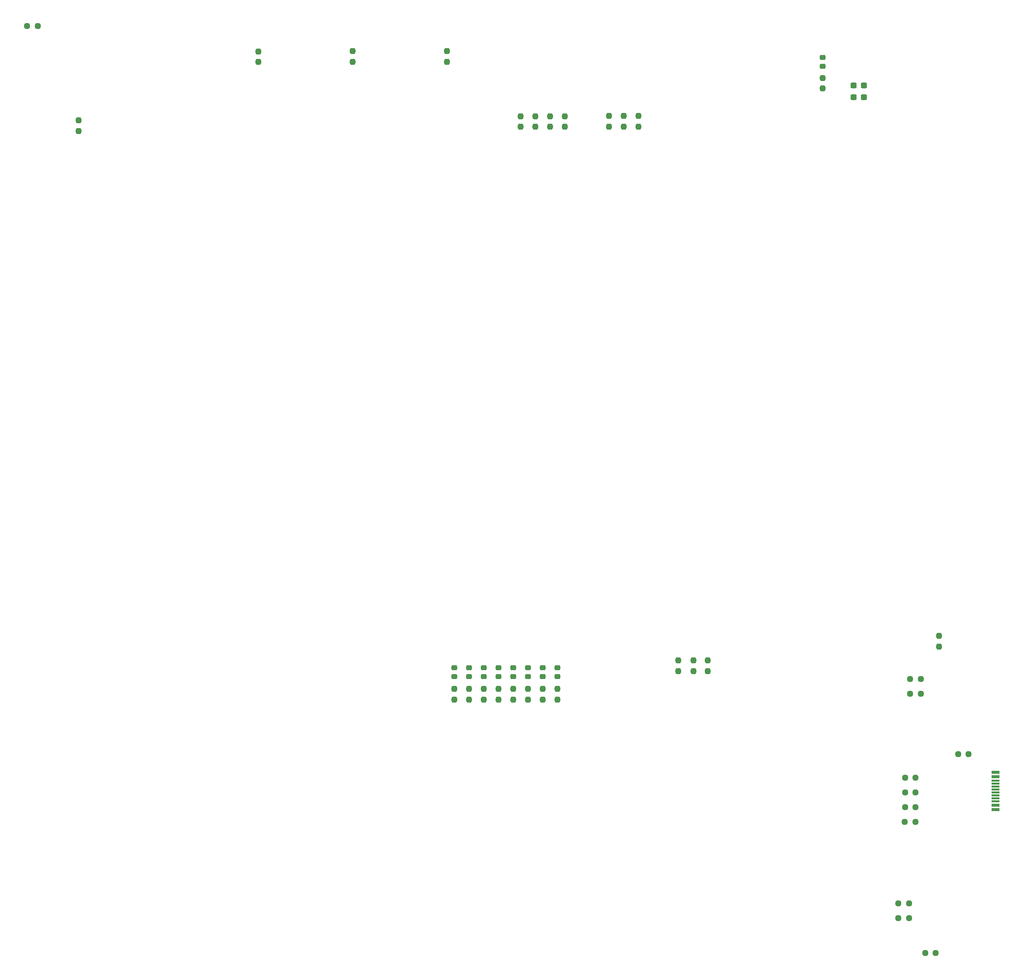
<source format=gbr>
%TF.GenerationSoftware,KiCad,Pcbnew,8.0.6*%
%TF.CreationDate,2025-03-30T13:11:56-03:00*%
%TF.ProjectId,ProtoConn,50726f74-6f43-46f6-9e6e-2e6b69636164,1.0*%
%TF.SameCoordinates,Original*%
%TF.FileFunction,Paste,Top*%
%TF.FilePolarity,Positive*%
%FSLAX46Y46*%
G04 Gerber Fmt 4.6, Leading zero omitted, Abs format (unit mm)*
G04 Created by KiCad (PCBNEW 8.0.6) date 2025-03-30 13:11:56*
%MOMM*%
%LPD*%
G01*
G04 APERTURE LIST*
G04 Aperture macros list*
%AMRoundRect*
0 Rectangle with rounded corners*
0 $1 Rounding radius*
0 $2 $3 $4 $5 $6 $7 $8 $9 X,Y pos of 4 corners*
0 Add a 4 corners polygon primitive as box body*
4,1,4,$2,$3,$4,$5,$6,$7,$8,$9,$2,$3,0*
0 Add four circle primitives for the rounded corners*
1,1,$1+$1,$2,$3*
1,1,$1+$1,$4,$5*
1,1,$1+$1,$6,$7*
1,1,$1+$1,$8,$9*
0 Add four rect primitives between the rounded corners*
20,1,$1+$1,$2,$3,$4,$5,0*
20,1,$1+$1,$4,$5,$6,$7,0*
20,1,$1+$1,$6,$7,$8,$9,0*
20,1,$1+$1,$8,$9,$2,$3,0*%
G04 Aperture macros list end*
%ADD10RoundRect,0.237500X-0.237500X0.250000X-0.237500X-0.250000X0.237500X-0.250000X0.237500X0.250000X0*%
%ADD11RoundRect,0.237500X-0.250000X-0.237500X0.250000X-0.237500X0.250000X0.237500X-0.250000X0.237500X0*%
%ADD12RoundRect,0.237500X0.250000X0.237500X-0.250000X0.237500X-0.250000X-0.237500X0.250000X-0.237500X0*%
%ADD13RoundRect,0.237500X0.237500X-0.250000X0.237500X0.250000X-0.237500X0.250000X-0.237500X-0.250000X0*%
%ADD14RoundRect,0.237500X0.300000X0.237500X-0.300000X0.237500X-0.300000X-0.237500X0.300000X-0.237500X0*%
%ADD15RoundRect,0.218750X0.256250X-0.218750X0.256250X0.218750X-0.256250X0.218750X-0.256250X-0.218750X0*%
%ADD16R,1.450000X0.600000*%
%ADD17R,1.450000X0.300000*%
G04 APERTURE END LIST*
D10*
%TO.C,R53*%
X234950000Y-175956500D03*
X234950000Y-177781500D03*
%TD*%
D11*
%TO.C,R2*%
X303379500Y-221488000D03*
X305204500Y-221488000D03*
%TD*%
D10*
%TO.C,R36*%
X157480000Y-77931000D03*
X157480000Y-79756000D03*
%TD*%
D12*
%TO.C,R34*%
X301752000Y-191262000D03*
X299927000Y-191262000D03*
%TD*%
D13*
%TO.C,R1*%
X305816000Y-168656000D03*
X305816000Y-166831000D03*
%TD*%
D10*
%TO.C,R79*%
X254000000Y-77169000D03*
X254000000Y-78994000D03*
%TD*%
D12*
%TO.C,R31*%
X301705000Y-198882000D03*
X299880000Y-198882000D03*
%TD*%
D10*
%TO.C,R81*%
X248920000Y-77169000D03*
X248920000Y-78994000D03*
%TD*%
D12*
%TO.C,R16*%
X302651500Y-176784000D03*
X300826500Y-176784000D03*
%TD*%
D10*
%TO.C,R75*%
X241300000Y-77185000D03*
X241300000Y-79010000D03*
%TD*%
%TO.C,R56*%
X227330000Y-175956500D03*
X227330000Y-177781500D03*
%TD*%
D14*
%TO.C,C7*%
X292787500Y-73910000D03*
X291062500Y-73910000D03*
%TD*%
D12*
%TO.C,R19*%
X300619500Y-215493600D03*
X298794500Y-215493600D03*
%TD*%
D10*
%TO.C,R77*%
X236220000Y-77185000D03*
X236220000Y-79010000D03*
%TD*%
D12*
%TO.C,R18*%
X300619500Y-212953600D03*
X298794500Y-212953600D03*
%TD*%
D15*
%TO.C,D4*%
X237490000Y-173859000D03*
X237490000Y-172284000D03*
%TD*%
%TO.C,D1*%
X285750000Y-68631000D03*
X285750000Y-67056000D03*
%TD*%
%TO.C,D9*%
X224790000Y-173859000D03*
X224790000Y-172284000D03*
%TD*%
%TO.C,D6*%
X232410000Y-173859000D03*
X232410000Y-172284000D03*
%TD*%
D12*
%TO.C,R17*%
X302651500Y-174244000D03*
X300826500Y-174244000D03*
%TD*%
D10*
%TO.C,R78*%
X233680000Y-77185000D03*
X233680000Y-79010000D03*
%TD*%
%TO.C,R76*%
X238760000Y-77185000D03*
X238760000Y-79010000D03*
%TD*%
D14*
%TO.C,C3*%
X292787500Y-71878000D03*
X291062500Y-71878000D03*
%TD*%
D10*
%TO.C,R80*%
X251460000Y-77169000D03*
X251460000Y-78994000D03*
%TD*%
D15*
%TO.C,D10*%
X222250000Y-173859000D03*
X222250000Y-172284000D03*
%TD*%
%TO.C,D3*%
X240030000Y-173859000D03*
X240030000Y-172284000D03*
%TD*%
D12*
%TO.C,R35*%
X150415000Y-61618500D03*
X148590000Y-61618500D03*
%TD*%
D10*
%TO.C,R50*%
X220980000Y-65993000D03*
X220980000Y-67818000D03*
%TD*%
D13*
%TO.C,R57*%
X224790000Y-177781500D03*
X224790000Y-175956500D03*
%TD*%
%TO.C,R40*%
X263411000Y-172870500D03*
X263411000Y-171045500D03*
%TD*%
D15*
%TO.C,D8*%
X227330000Y-173859000D03*
X227330000Y-172284000D03*
%TD*%
D13*
%TO.C,R39*%
X265938000Y-172870500D03*
X265938000Y-171045500D03*
%TD*%
D15*
%TO.C,D7*%
X229870000Y-173859000D03*
X229870000Y-172284000D03*
%TD*%
D10*
%TO.C,R37*%
X285750000Y-70612000D03*
X285750000Y-72437000D03*
%TD*%
D13*
%TO.C,R51*%
X240030000Y-177781500D03*
X240030000Y-175956500D03*
%TD*%
D10*
%TO.C,R58*%
X222250000Y-175956500D03*
X222250000Y-177781500D03*
%TD*%
%TO.C,R49*%
X204724000Y-65993000D03*
X204724000Y-67818000D03*
%TD*%
%TO.C,R55*%
X229870000Y-175956500D03*
X229870000Y-177781500D03*
%TD*%
D13*
%TO.C,R54*%
X232410000Y-177781500D03*
X232410000Y-175956500D03*
%TD*%
D12*
%TO.C,R33*%
X301752000Y-193802000D03*
X299927000Y-193802000D03*
%TD*%
%TO.C,R32*%
X301752000Y-196342000D03*
X299927000Y-196342000D03*
%TD*%
D15*
%TO.C,D5*%
X234950000Y-173859000D03*
X234950000Y-172284000D03*
%TD*%
D11*
%TO.C,R22*%
X309071000Y-187198000D03*
X310896000Y-187198000D03*
%TD*%
D10*
%TO.C,R52*%
X237490000Y-175956500D03*
X237490000Y-177781500D03*
%TD*%
D16*
%TO.C,J17*%
X315539000Y-196798000D03*
X315539000Y-195998000D03*
D17*
X315539000Y-194798000D03*
X315539000Y-193798000D03*
X315539000Y-193298000D03*
X315539000Y-192298000D03*
D16*
X315539000Y-191098000D03*
X315539000Y-190298000D03*
X315539000Y-190298000D03*
X315539000Y-191098000D03*
D17*
X315539000Y-191798000D03*
X315539000Y-192798000D03*
X315539000Y-194298000D03*
X315539000Y-195298000D03*
D16*
X315539000Y-195998000D03*
X315539000Y-196798000D03*
%TD*%
D13*
%TO.C,R41*%
X260858000Y-172870500D03*
X260858000Y-171045500D03*
%TD*%
D10*
%TO.C,R48*%
X188468000Y-66040000D03*
X188468000Y-67865000D03*
%TD*%
M02*

</source>
